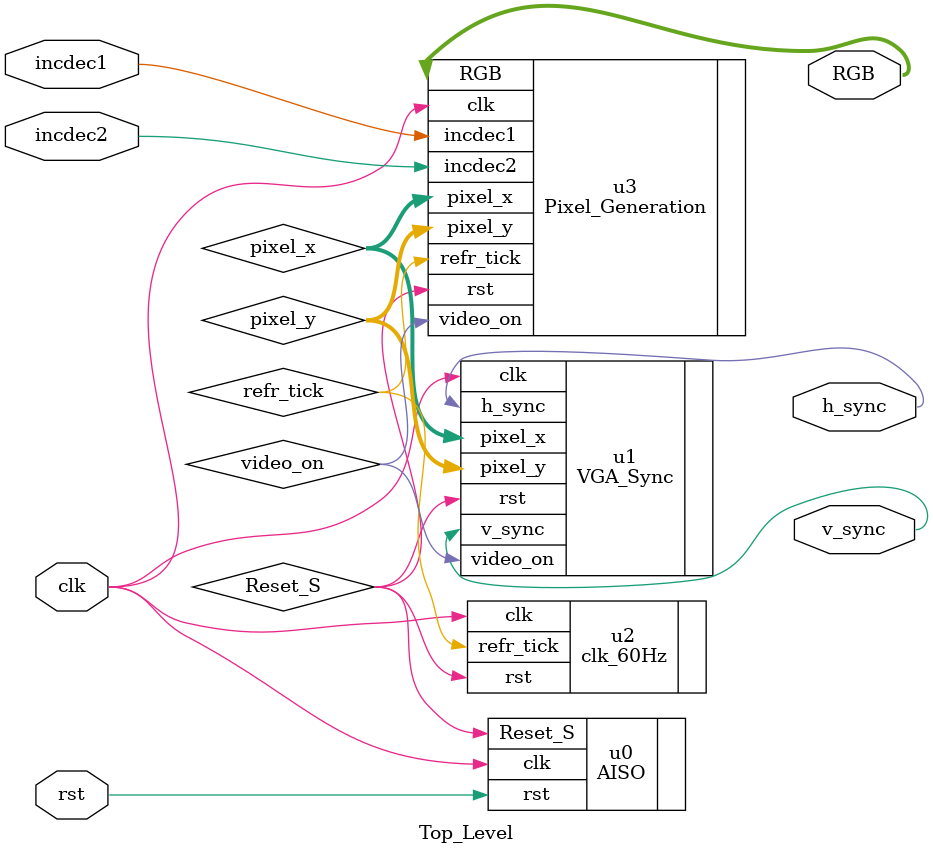
<source format=v>
`timescale 1ns / 1ps



module Top_Level(
    input           clk,
    input           rst,
    input           incdec1,
    input           incdec2,
    output          h_sync,
    output          v_sync,
    output  [11:0]  RGB
    );
    
    wire            Reset_S, video_on, refr_tick;
    wire    [9:0]   pixel_x, pixel_y;
    
    AISO                u0( .clk(clk),
                            .rst(rst),
                            .Reset_S(Reset_S));
                            
    VGA_Sync            u1( .clk(clk),
                            .rst(Reset_S),
                            .h_sync(h_sync),
                            .v_sync(v_sync),
                            .pixel_x(pixel_x),
                            .pixel_y(pixel_y),
                            .video_on(video_on));
    
    clk_60Hz            u2( .clk(clk),
                            .rst(Reset_S),
                            .refr_tick(refr_tick));
    
    Pixel_Generation    u3( .clk(clk),
                            .rst(Reset_S),
                            .refr_tick(refr_tick),
                            .incdec1(incdec1),
                            .incdec2(incdec2),
                            .video_on(video_on),
                            .pixel_x(pixel_x),
                            .pixel_y(pixel_y),
                            .RGB(RGB));
    
endmodule

</source>
